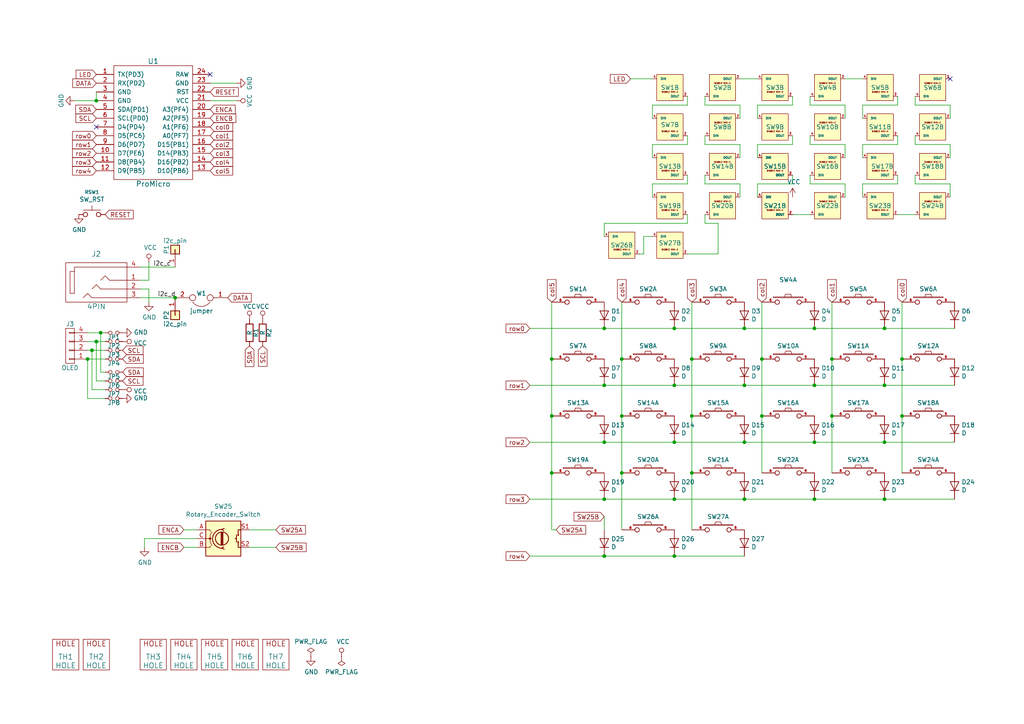
<source format=kicad_sch>
(kicad_sch (version 20230121) (generator eeschema)
  (paper "A4")
  (junction (at 27.94 99.06))
  (junction (at 195.58 161.29))
  (junction (at 29.21 96.52))
  (junction (at 256.54 95.25))
  (junction (at 236.22 144.78))
  (junction (at 175.26 128.27))
  (junction (at 241.3 120.65))
  (junction (at 256.54 111.76))
  (junction (at 160.02 137.16))
  (junction (at 215.9 144.78))
  (junction (at 200.66 120.65))
  (junction (at 175.26 111.76))
  (junction (at 215.9 95.25))
  (junction (at 160.02 120.65))
  (junction (at 27.94 29.21))
  (junction (at 215.9 111.76))
  (junction (at 236.22 128.27))
  (junction (at 195.58 144.78))
  (junction (at 261.62 104.14))
  (junction (at 175.26 161.29))
  (junction (at 50.8 86.36))
  (junction (at 160.02 104.14))
  (junction (at 236.22 95.25))
  (junction (at 261.62 120.65))
  (junction (at 180.34 120.65))
  (junction (at 220.98 104.14))
  (junction (at 200.66 104.14))
  (junction (at 256.54 128.27))
  (junction (at 195.58 95.25))
  (junction (at 180.34 104.14))
  (junction (at 195.58 128.27))
  (junction (at 200.66 137.16))
  (junction (at 195.58 111.76))
  (junction (at 215.9 128.27))
  (junction (at 26.67 101.6))
  (junction (at 241.3 104.14))
  (junction (at 256.54 144.78))
  (junction (at 25.4 104.14))
  (junction (at 236.22 111.76))
  (junction (at 220.98 120.65))
  (junction (at 180.34 137.16))
  (junction (at 175.26 144.78))
  (junction (at 175.26 95.25))
  (no_connect (at 27.94 36.83))
  (no_connect (at 60.96 21.59))
  (no_connect (at 275.59 22.86))
  (wire (pts (xy 60.96 29.21) (xy 68.58 29.21)))
  (wire (pts (xy 43.18 76.2) (xy 43.18 81.28)))
  (wire (pts (xy 204.47 41.91) (xy 204.47 39.37)))
  (wire (pts (xy 260.35 62.23) (xy 265.43 62.23)))
  (wire (pts (xy 275.59 30.48) (xy 265.43 30.48)))
  (wire (pts (xy 189.23 30.48) (xy 189.23 34.29)))
  (wire (pts (xy 214.63 57.15) (xy 214.63 53.34)))
  (wire (pts (xy 275.59 53.34) (xy 265.43 53.34)))
  (wire (pts (xy 250.19 41.91) (xy 250.19 45.72)))
  (wire (pts (xy 175.26 111.76) (xy 153.67 111.76)))
  (wire (pts (xy 43.18 81.28) (xy 40.64 81.28)))
  (wire (pts (xy 245.11 22.86) (xy 250.19 22.86)))
  (wire (pts (xy 199.39 50.8) (xy 199.39 53.34)))
  (wire (pts (xy 229.87 27.94) (xy 229.87 30.48)))
  (wire (pts (xy 199.39 64.77) (xy 175.26 64.77)))
  (wire (pts (xy 175.26 95.25) (xy 153.67 95.25)))
  (wire (pts (xy 229.87 62.23) (xy 234.95 62.23)))
  (wire (pts (xy 25.4 104.14) (xy 25.4 115.57)))
  (wire (pts (xy 219.71 41.91) (xy 219.71 45.72)))
  (wire (pts (xy 189.23 53.34) (xy 189.23 57.15)))
  (wire (pts (xy 236.22 111.76) (xy 256.54 111.76)))
  (wire (pts (xy 60.96 24.13) (xy 68.58 24.13)))
  (wire (pts (xy 214.63 45.72) (xy 214.63 41.91)))
  (wire (pts (xy 27.94 110.49) (xy 30.48 110.49)))
  (wire (pts (xy 195.58 95.25) (xy 175.26 95.25)))
  (wire (pts (xy 220.98 120.65) (xy 220.98 137.16)))
  (wire (pts (xy 180.34 104.14) (xy 180.34 120.65)))
  (wire (pts (xy 199.39 73.66) (xy 208.28 73.66)))
  (wire (pts (xy 186.69 73.66) (xy 186.69 68.58)))
  (wire (pts (xy 160.02 120.65) (xy 160.02 137.16)))
  (wire (pts (xy 29.21 107.95) (xy 30.48 107.95)))
  (wire (pts (xy 260.35 41.91) (xy 250.19 41.91)))
  (wire (pts (xy 160.02 137.16) (xy 160.02 153.67)))
  (wire (pts (xy 214.63 22.86) (xy 219.71 22.86)))
  (wire (pts (xy 57.15 156.21) (xy 41.91 156.21)))
  (wire (pts (xy 26.67 101.6) (xy 26.67 113.03)))
  (wire (pts (xy 275.59 41.91) (xy 265.43 41.91)))
  (wire (pts (xy 214.63 34.29) (xy 214.63 30.48)))
  (wire (pts (xy 236.22 128.27) (xy 256.54 128.27)))
  (wire (pts (xy 234.95 41.91) (xy 234.95 39.37)))
  (wire (pts (xy 204.47 53.34) (xy 204.47 50.8)))
  (wire (pts (xy 261.62 120.65) (xy 261.62 137.16)))
  (wire (pts (xy 195.58 144.78) (xy 215.9 144.78)))
  (wire (pts (xy 195.58 161.29) (xy 215.9 161.29)))
  (wire (pts (xy 185.42 73.66) (xy 186.69 73.66)))
  (wire (pts (xy 204.47 64.77) (xy 204.47 62.23)))
  (wire (pts (xy 260.35 50.8) (xy 260.35 53.34)))
  (wire (pts (xy 260.35 30.48) (xy 250.19 30.48)))
  (wire (pts (xy 160.02 87.63) (xy 160.02 104.14)))
  (wire (pts (xy 29.21 96.52) (xy 30.48 96.52)))
  (wire (pts (xy 215.9 111.76) (xy 236.22 111.76)))
  (wire (pts (xy 265.43 53.34) (xy 265.43 50.8)))
  (wire (pts (xy 175.26 128.27) (xy 153.67 128.27)))
  (wire (pts (xy 195.58 111.76) (xy 175.26 111.76)))
  (wire (pts (xy 160.02 104.14) (xy 160.02 120.65)))
  (wire (pts (xy 53.34 153.67) (xy 57.15 153.67)))
  (wire (pts (xy 241.3 104.14) (xy 241.3 120.65)))
  (wire (pts (xy 153.67 161.29) (xy 175.26 161.29)))
  (wire (pts (xy 256.54 95.25) (xy 276.86 95.25)))
  (wire (pts (xy 245.11 57.15) (xy 245.11 53.34)))
  (wire (pts (xy 25.4 101.6) (xy 26.67 101.6)))
  (wire (pts (xy 189.23 41.91) (xy 189.23 45.72)))
  (wire (pts (xy 195.58 128.27) (xy 175.26 128.27)))
  (wire (pts (xy 229.87 41.91) (xy 219.71 41.91)))
  (wire (pts (xy 245.11 53.34) (xy 234.95 53.34)))
  (wire (pts (xy 195.58 128.27) (xy 215.9 128.27)))
  (wire (pts (xy 260.35 53.34) (xy 250.19 53.34)))
  (wire (pts (xy 229.87 30.48) (xy 219.71 30.48)))
  (wire (pts (xy 40.64 86.36) (xy 50.8 86.36)))
  (wire (pts (xy 199.39 39.37) (xy 199.39 41.91)))
  (wire (pts (xy 229.87 39.37) (xy 229.87 41.91)))
  (wire (pts (xy 26.67 113.03) (xy 30.48 113.03)))
  (wire (pts (xy 29.21 96.52) (xy 29.21 107.95)))
  (wire (pts (xy 40.64 83.82) (xy 43.18 83.82)))
  (wire (pts (xy 200.66 104.14) (xy 200.66 120.65)))
  (wire (pts (xy 43.18 83.82) (xy 43.18 87.63)))
  (wire (pts (xy 27.94 99.06) (xy 30.48 99.06)))
  (wire (pts (xy 195.58 144.78) (xy 175.26 144.78)))
  (wire (pts (xy 229.87 50.8) (xy 229.87 53.34)))
  (wire (pts (xy 26.67 101.6) (xy 30.48 101.6)))
  (wire (pts (xy 215.9 144.78) (xy 236.22 144.78)))
  (wire (pts (xy 180.34 87.63) (xy 180.34 104.14)))
  (wire (pts (xy 25.4 115.57) (xy 30.48 115.57)))
  (wire (pts (xy 241.3 87.63) (xy 241.3 104.14)))
  (wire (pts (xy 25.4 96.52) (xy 29.21 96.52)))
  (wire (pts (xy 241.3 137.16) (xy 241.3 120.65)))
  (wire (pts (xy 199.39 53.34) (xy 189.23 53.34)))
  (wire (pts (xy 53.34 158.75) (xy 57.15 158.75)))
  (wire (pts (xy 275.59 45.72) (xy 275.59 41.91)))
  (wire (pts (xy 250.19 53.34) (xy 250.19 57.15)))
  (wire (pts (xy 245.11 30.48) (xy 234.95 30.48)))
  (wire (pts (xy 220.98 87.63) (xy 220.98 104.14)))
  (wire (pts (xy 220.98 104.14) (xy 220.98 120.65)))
  (wire (pts (xy 72.39 153.67) (xy 80.01 153.67)))
  (wire (pts (xy 180.34 120.65) (xy 180.34 137.16)))
  (wire (pts (xy 160.02 153.67) (xy 161.29 153.67)))
  (wire (pts (xy 260.35 27.94) (xy 260.35 30.48)))
  (wire (pts (xy 219.71 53.34) (xy 219.71 57.15)))
  (wire (pts (xy 245.11 45.72) (xy 245.11 41.91)))
  (wire (pts (xy 214.63 53.34) (xy 204.47 53.34)))
  (wire (pts (xy 200.66 137.16) (xy 200.66 153.67)))
  (wire (pts (xy 261.62 104.14) (xy 261.62 87.63)))
  (wire (pts (xy 214.63 41.91) (xy 204.47 41.91)))
  (wire (pts (xy 256.54 144.78) (xy 276.86 144.78)))
  (wire (pts (xy 195.58 111.76) (xy 215.9 111.76)))
  (wire (pts (xy 275.59 57.15) (xy 275.59 53.34)))
  (wire (pts (xy 72.39 158.75) (xy 80.01 158.75)))
  (wire (pts (xy 200.66 87.63) (xy 200.66 104.14)))
  (wire (pts (xy 260.35 39.37) (xy 260.35 41.91)))
  (wire (pts (xy 236.22 144.78) (xy 256.54 144.78)))
  (wire (pts (xy 175.26 149.86) (xy 175.26 153.67)))
  (wire (pts (xy 245.11 34.29) (xy 245.11 30.48)))
  (wire (pts (xy 214.63 30.48) (xy 204.47 30.48)))
  (wire (pts (xy 204.47 30.48) (xy 204.47 27.94)))
  (wire (pts (xy 175.26 161.29) (xy 195.58 161.29)))
  (wire (pts (xy 40.64 77.47) (xy 50.8 77.47)))
  (wire (pts (xy 208.28 64.77) (xy 208.28 73.66)))
  (wire (pts (xy 199.39 30.48) (xy 189.23 30.48)))
  (wire (pts (xy 256.54 95.25) (xy 236.22 95.25)))
  (wire (pts (xy 265.43 30.48) (xy 265.43 27.94)))
  (wire (pts (xy 275.59 34.29) (xy 275.59 30.48)))
  (wire (pts (xy 200.66 120.65) (xy 200.66 137.16)))
  (wire (pts (xy 245.11 41.91) (xy 234.95 41.91)))
  (wire (pts (xy 199.39 27.94) (xy 199.39 30.48)))
  (wire (pts (xy 234.95 30.48) (xy 234.95 27.94)))
  (wire (pts (xy 199.39 41.91) (xy 189.23 41.91)))
  (wire (pts (xy 195.58 95.25) (xy 215.9 95.25)))
  (wire (pts (xy 250.19 30.48) (xy 250.19 34.29)))
  (wire (pts (xy 25.4 99.06) (xy 27.94 99.06)))
  (wire (pts (xy 261.62 120.65) (xy 261.62 104.14)))
  (wire (pts (xy 215.9 128.27) (xy 236.22 128.27)))
  (wire (pts (xy 27.94 29.21) (xy 21.59 29.21)))
  (wire (pts (xy 186.69 68.58) (xy 189.23 68.58)))
  (wire (pts (xy 27.94 26.67) (xy 27.94 29.21)))
  (wire (pts (xy 256.54 111.76) (xy 276.86 111.76)))
  (wire (pts (xy 234.95 53.34) (xy 234.95 50.8)))
  (wire (pts (xy 199.39 62.23) (xy 199.39 64.77)))
  (wire (pts (xy 219.71 30.48) (xy 219.71 34.29)))
  (wire (pts (xy 180.34 137.16) (xy 180.34 153.67)))
  (wire (pts (xy 215.9 95.25) (xy 236.22 95.25)))
  (wire (pts (xy 229.87 53.34) (xy 219.71 53.34)))
  (wire (pts (xy 30.48 104.14) (xy 25.4 104.14)))
  (wire (pts (xy 41.91 156.21) (xy 41.91 158.75)))
  (wire (pts (xy 256.54 128.27) (xy 276.86 128.27)))
  (wire (pts (xy 27.94 99.06) (xy 27.94 110.49)))
  (wire (pts (xy 182.88 22.86) (xy 189.23 22.86)))
  (wire (pts (xy 208.28 64.77) (xy 204.47 64.77)))
  (wire (pts (xy 175.26 144.78) (xy 153.67 144.78)))
  (wire (pts (xy 265.43 41.91) (xy 265.43 39.37)))
  (wire (pts (xy 175.26 64.77) (xy 175.26 68.58)))
  (label "i2c_c" (at 44.45 77.47 0))
  (label "i2c_d" (at 45.72 86.36 0))
  (global_label "SCL" (shape input) (at 35.56 110.49 0) (property "Intersheetrefs" "${INTERSHEET_REFS}" (effects hide)))
  (global_label "col5" (shape input) (at 160.02 87.63 90) (property "Intersheetrefs" "${INTERSHEET_REFS}" (effects hide)))
  (global_label "row1" (shape input) (at 27.94 41.91 180) (property "Intersheetrefs" "${INTERSHEET_REFS}" (effects hide)))
  (global_label "SW25A" (shape input) (at 80.01 153.67 0) (property "Intersheetrefs" "${INTERSHEET_REFS}" (effects hide)))
  (global_label "SDA" (shape input) (at 35.56 104.14 0) (property "Intersheetrefs" "${INTERSHEET_REFS}" (effects hide)))
  (global_label "row0" (shape input) (at 27.94 39.37 180) (property "Intersheetrefs" "${INTERSHEET_REFS}" (effects hide)))
  (global_label "row2" (shape input) (at 27.94 44.45 180) (property "Intersheetrefs" "${INTERSHEET_REFS}" (effects hide)))
  (global_label "col4" (shape input) (at 60.96 46.99 0) (property "Intersheetrefs" "${INTERSHEET_REFS}" (effects hide)))
  (global_label "LED" (shape input) (at 182.88 22.86 180) (property "Intersheetrefs" "${INTERSHEET_REFS}" (effects hide)))
  (global_label "row1" (shape input) (at 153.67 111.76 180) (property "Intersheetrefs" "${INTERSHEET_REFS}" (effects hide)))
  (global_label "SDA" (shape input) (at 72.39 100.33 270) (property "Intersheetrefs" "${INTERSHEET_REFS}" (effects hide)))
  (global_label "SW25A" (shape input) (at 161.29 153.67 0) (property "Intersheetrefs" "${INTERSHEET_REFS}" (effects hide)))
  (global_label "col0" (shape input) (at 60.96 36.83 0) (property "Intersheetrefs" "${INTERSHEET_REFS}" (effects hide)))
  (global_label "SCL" (shape input) (at 76.2 100.33 270) (property "Intersheetrefs" "${INTERSHEET_REFS}" (effects hide)))
  (global_label "row2" (shape input) (at 153.67 128.27 180) (property "Intersheetrefs" "${INTERSHEET_REFS}" (effects hide)))
  (global_label "col5" (shape input) (at 60.96 49.53 0) (property "Intersheetrefs" "${INTERSHEET_REFS}" (effects hide)))
  (global_label "RESET" (shape input) (at 60.96 26.67 0) (property "Intersheetrefs" "${INTERSHEET_REFS}" (effects hide)))
  (global_label "col3" (shape input) (at 200.66 87.63 90) (property "Intersheetrefs" "${INTERSHEET_REFS}" (effects hide)))
  (global_label "col1" (shape input) (at 60.96 39.37 0) (property "Intersheetrefs" "${INTERSHEET_REFS}" (effects hide)))
  (global_label "SDA" (shape input) (at 27.94 31.75 180) (property "Intersheetrefs" "${INTERSHEET_REFS}" (effects hide)))
  (global_label "ENCA" (shape input) (at 53.34 153.67 180) (property "Intersheetrefs" "${INTERSHEET_REFS}" (effects hide)))
  (global_label "ENCA" (shape input) (at 60.96 31.75 0) (property "Intersheetrefs" "${INTERSHEET_REFS}" (effects hide)))
  (global_label "DATA" (shape input) (at 27.94 24.13 180) (property "Intersheetrefs" "${INTERSHEET_REFS}" (effects hide)))
  (global_label "col1" (shape input) (at 241.3 87.63 90) (property "Intersheetrefs" "${INTERSHEET_REFS}" (effects hide)))
  (global_label "ENCB" (shape input) (at 60.96 34.29 0) (property "Intersheetrefs" "${INTERSHEET_REFS}" (effects hide)))
  (global_label "SW25B" (shape input) (at 175.26 149.86 180) (property "Intersheetrefs" "${INTERSHEET_REFS}" (effects hide)))
  (global_label "SCL" (shape input) (at 35.56 101.6 0) (property "Intersheetrefs" "${INTERSHEET_REFS}" (effects hide)))
  (global_label "SW25B" (shape input) (at 80.01 158.75 0) (property "Intersheetrefs" "${INTERSHEET_REFS}" (effects hide)))
  (global_label "row0" (shape input) (at 153.67 95.25 180) (property "Intersheetrefs" "${INTERSHEET_REFS}" (effects hide)))
  (global_label "col2" (shape input) (at 60.96 41.91 0) (property "Intersheetrefs" "${INTERSHEET_REFS}" (effects hide)))
  (global_label "DATA" (shape input) (at 66.04 86.36 0) (property "Intersheetrefs" "${INTERSHEET_REFS}" (effects hide)))
  (global_label "LED" (shape input) (at 27.94 21.59 180) (property "Intersheetrefs" "${INTERSHEET_REFS}" (effects hide)))
  (global_label "col2" (shape input) (at 220.98 87.63 90) (property "Intersheetrefs" "${INTERSHEET_REFS}" (effects hide)))
  (global_label "RESET" (shape input) (at 30.48 62.23 0) (property "Intersheetrefs" "${INTERSHEET_REFS}" (effects hide)))
  (global_label "col3" (shape input) (at 60.96 44.45 0) (property "Intersheetrefs" "${INTERSHEET_REFS}" (effects hide)))
  (global_label "SCL" (shape input) (at 27.94 34.29 180) (property "Intersheetrefs" "${INTERSHEET_REFS}" (effects hide)))
  (global_label "col4" (shape input) (at 180.34 87.63 90) (property "Intersheetrefs" "${INTERSHEET_REFS}" (effects hide)))
  (global_label "SDA" (shape input) (at 35.56 107.95 0) (property "Intersheetrefs" "${INTERSHEET_REFS}" (effects hide)))
  (global_label "row4" (shape input) (at 27.94 49.53 180) (property "Intersheetrefs" "${INTERSHEET_REFS}" (effects hide)))
  (global_label "ENCB" (shape input) (at 53.34 158.75 180) (property "Intersheetrefs" "${INTERSHEET_REFS}" (effects hide)))
  (global_label "col0" (shape input) (at 261.62 87.63 90) (property "Intersheetrefs" "${INTERSHEET_REFS}" (effects hide)))
  (global_label "row4" (shape input) (at 153.67 161.29 180) (property "Intersheetrefs" "${INTERSHEET_REFS}" (effects hide)))
  (global_label "row3" (shape input) (at 27.94 46.99 180) (property "Intersheetrefs" "${INTERSHEET_REFS}" (effects hide)))
  (global_label "row3" (shape input) (at 153.67 144.78 180) (property "Intersheetrefs" "${INTERSHEET_REFS}" (effects hide)))
  (symbol (lib_id "SofleKeyboard-rescue:ProMicro_2-Lily58-cache-Lily58_Pro-rescue") (at 44.45 35.56 0) (unit 1)
    (property "Reference" "U1" (at 44.45 17.78 0) (effects (font (size 1.524 1.524))))
    (property "Value" "ProMicro" (at 44.45 53.34 0) (effects (font (size 1.524 1.524))))
    (property "Footprint" "SofleKeyboard-footprint:ProMicro" (effects hide))
  )
  (symbol (lib_id "SofleKeyboard:SW_PUSH_LED") (at 187.96 153.67 0) (unit 1)
    (property "Reference" "SW26" (at 187.96 149.86 0))
    (property "Value" "SW_PUSH_LED" (effects hide))
    (property "Footprint" "SofleChoc:Choc_Hotswap_SK6812MiniE" (effects hide))
  )
  (symbol (lib_id "SofleKeyboard:SW_PUSH_LED") (at 167.64 87.63 0) (unit 1)
    (property "Reference" "SW1" (at 167.64 83.82 0))
    (property "Value" "SW_PUSH_LED" (effects hide))
    (property "Footprint" "SofleChoc:Choc_Hotswap_SK6812MiniE" (effects hide))
  )
  (symbol (lib_id "SofleKeyboard-rescue:D-Lily58-cache-Lily58_Pro-rescue") (at 175.26 91.44 90) (unit 1)
    (property "Reference" "D1" (at 177.2666 90.2716 90) (effects (justify right)))
    (property "Value" "D" (at 177.2666 92.583 90) (effects (justify right)))
    (property "Footprint" "Diode_SMD:crkbd-diode" (effects hide))
  )
  (symbol (lib_id "SofleKeyboard:SW_PUSH_LED") (at 187.96 87.63 0) (unit 1)
    (property "Reference" "SW2" (at 187.96 83.82 0))
    (property "Value" "SW_PUSH_LED" (effects hide))
    (property "Footprint" "SofleChoc:Choc_Hotswap_SK6812MiniE" (effects hide))
  )
  (symbol (lib_id "SofleKeyboard-rescue:D-Lily58-cache-Lily58_Pro-rescue") (at 195.58 91.44 90) (unit 1)
    (property "Reference" "D2" (at 197.5866 90.2716 90) (effects (justify right)))
    (property "Value" "D" (at 197.5866 92.583 90) (effects (justify right)))
    (property "Footprint" "Diode_SMD:crkbd-diode" (effects hide))
  )
  (symbol (lib_id "SofleKeyboard:SW_PUSH_LED") (at 208.28 87.63 0) (unit 1)
    (property "Reference" "SW3" (at 208.28 83.82 0))
    (property "Value" "SW_PUSH_LED" (effects hide))
    (property "Footprint" "SofleChoc:Choc_Hotswap_SK6812MiniE" (effects hide))
  )
  (symbol (lib_id "SofleKeyboard-rescue:D-Lily58-cache-Lily58_Pro-rescue") (at 215.9 91.44 90) (unit 1)
    (property "Reference" "D3" (at 217.9066 90.2716 90) (effects (justify right)))
    (property "Value" "D" (at 217.9066 92.583 90) (effects (justify right)))
    (property "Footprint" "Diode_SMD:crkbd-diode" (effects hide))
  )
  (symbol (lib_id "SofleKeyboard:SW_PUSH_LED") (at 228.6 87.63 0) (unit 1)
    (property "Reference" "SW4" (at 228.6 81.153 0))
    (property "Value" "SW_PUSH_LED" (effects hide))
    (property "Footprint" "SofleChoc:Choc_Hotswap_SK6812MiniE" (effects hide))
  )
  (symbol (lib_id "SofleKeyboard-rescue:D-Lily58-cache-Lily58_Pro-rescue") (at 236.22 91.44 90) (unit 1)
    (property "Reference" "D4" (at 238.2266 90.2716 90) (effects (justify right)))
    (property "Value" "D" (at 238.2266 92.583 90) (effects (justify right)))
    (property "Footprint" "Diode_SMD:crkbd-diode" (effects hide))
  )
  (symbol (lib_id "SofleKeyboard:SW_PUSH_LED") (at 248.92 87.63 0) (unit 1)
    (property "Reference" "SW5" (at 248.92 83.82 0))
    (property "Value" "SW_PUSH_LED" (effects hide))
    (property "Footprint" "SofleChoc:Choc_Hotswap_SK6812MiniE" (effects hide))
  )
  (symbol (lib_id "SofleKeyboard-rescue:D-Lily58-cache-Lily58_Pro-rescue") (at 256.54 91.44 90) (unit 1)
    (property "Reference" "D5" (at 258.5466 90.2716 90) (effects (justify right)))
    (property "Value" "D" (at 258.5466 92.583 90) (effects (justify right)))
    (property "Footprint" "Diode_SMD:crkbd-diode" (effects hide))
  )
  (symbol (lib_id "SofleKeyboard:SW_PUSH_LED") (at 269.24 87.63 0) (unit 1)
    (property "Reference" "SW6" (at 269.24 83.82 0))
    (property "Value" "SW_PUSH_LED" (effects hide))
    (property "Footprint" "SofleChoc:Choc_Hotswap_SK6812MiniE" (effects hide))
  )
  (symbol (lib_id "SofleKeyboard-rescue:D-Lily58-cache-Lily58_Pro-rescue") (at 276.86 91.44 90) (unit 1)
    (property "Reference" "D6" (at 278.8666 90.2716 90) (effects (justify right)))
    (property "Value" "D" (at 278.8666 92.583 90) (effects (justify right)))
    (property "Footprint" "Diode_SMD:crkbd-diode" (effects hide))
  )
  (symbol (lib_id "SofleKeyboard:SW_PUSH_LED") (at 187.96 104.14 0) (unit 1)
    (property "Reference" "SW8" (at 187.96 100.33 0))
    (property "Value" "SW_PUSH_LED" (effects hide))
    (property "Footprint" "SofleChoc:Choc_Hotswap_SK6812MiniE" (effects hide))
  )
  (symbol (lib_id "SofleKeyboard:SW_PUSH_LED") (at 208.28 104.14 0) (unit 1)
    (property "Reference" "SW9" (at 208.28 100.33 0))
    (property "Value" "SW_PUSH_LED" (effects hide))
    (property "Footprint" "SofleChoc:Choc_Hotswap_SK6812MiniE" (effects hide))
  )
  (symbol (lib_id "SofleKeyboard:SW_PUSH_LED") (at 228.6 104.14 0) (unit 1)
    (property "Reference" "SW10" (at 228.6 100.33 0))
    (property "Value" "SW_PUSH_LED" (effects hide))
    (property "Footprint" "SofleChoc:Choc_Hotswap_SK6812MiniE" (effects hide))
  )
  (symbol (lib_id "SofleKeyboard:SW_PUSH_LED") (at 248.92 104.14 0) (unit 1)
    (property "Reference" "SW11" (at 248.92 100.33 0))
    (property "Value" "SW_PUSH_LED" (effects hide))
    (property "Footprint" "SofleChoc:Choc_Hotswap_SK6812MiniE" (effects hide))
  )
  (symbol (lib_id "SofleKeyboard:SW_PUSH_LED") (at 269.24 104.14 0) (unit 1)
    (property "Reference" "SW12" (at 269.24 100.33 0))
    (property "Value" "SW_PUSH_LED" (effects hide))
    (property "Footprint" "SofleChoc:Choc_Hotswap_SK6812MiniE" (effects hide))
  )
  (symbol (lib_id "SofleKeyboard:SW_PUSH_LED") (at 167.64 104.14 0) (unit 1)
    (property "Reference" "SW7" (at 167.64 100.33 0))
    (property "Value" "SW_PUSH_LED" (effects hide))
    (property "Footprint" "SofleChoc:Choc_Hotswap_SK6812MiniE" (effects hide))
  )
  (symbol (lib_id "SofleKeyboard-rescue:D-Lily58-cache-Lily58_Pro-rescue") (at 175.26 107.95 90) (unit 1)
    (property "Reference" "D7" (at 177.2666 106.7816 90) (effects (justify right)))
    (property "Value" "D" (at 177.2666 109.093 90) (effects (justify right)))
    (property "Footprint" "Diode_SMD:crkbd-diode" (effects hide))
  )
  (symbol (lib_id "SofleKeyboard-rescue:D-Lily58-cache-Lily58_Pro-rescue") (at 195.58 107.95 90) (unit 1)
    (property "Reference" "D8" (at 197.5866 106.7816 90) (effects (justify right)))
    (property "Value" "D" (at 197.5866 109.093 90) (effects (justify right)))
    (property "Footprint" "Diode_SMD:crkbd-diode" (effects hide))
  )
  (symbol (lib_id "SofleKeyboard-rescue:D-Lily58-cache-Lily58_Pro-rescue") (at 215.9 107.95 90) (unit 1)
    (property "Reference" "D9" (at 217.9066 106.7816 90) (effects (justify right)))
    (property "Value" "D" (at 217.9066 109.093 90) (effects (justify right)))
    (property "Footprint" "Diode_SMD:crkbd-diode" (effects hide))
  )
  (symbol (lib_id "SofleKeyboard-rescue:D-Lily58-cache-Lily58_Pro-rescue") (at 236.22 107.95 90) (unit 1)
    (property "Reference" "D10" (at 238.2266 106.7816 90) (effects (justify right)))
    (property "Value" "D" (at 238.2266 109.093 90) (effects (justify right)))
    (property "Footprint" "Diode_SMD:crkbd-diode" (effects hide))
  )
  (symbol (lib_id "SofleKeyboard-rescue:D-Lily58-cache-Lily58_Pro-rescue") (at 256.54 107.95 90) (unit 1)
    (property "Reference" "D11" (at 258.5466 106.7816 90) (effects (justify right)))
    (property "Value" "D" (at 258.5466 109.093 90) (effects (justify right)))
    (property "Footprint" "Diode_SMD:crkbd-diode" (effects hide))
  )
  (symbol (lib_id "SofleKeyboard-rescue:D-Lily58-cache-Lily58_Pro-rescue") (at 276.86 107.95 90) (unit 1)
    (property "Reference" "D12" (at 278.8666 106.7816 90) (effects (justify right)))
    (property "Value" "D" (at 278.8666 109.093 90) (effects (justify right)))
    (property "Footprint" "Diode_SMD:crkbd-diode" (effects hide))
  )
  (symbol (lib_id "SofleKeyboard:SW_PUSH_LED") (at 167.64 120.65 0) (unit 1)
    (property "Reference" "SW13" (at 167.64 116.84 0))
    (property "Value" "SW_PUSH_LED" (effects hide))
    (property "Footprint" "SofleChoc:Choc_Hotswap_SK6812MiniE" (effects hide))
  )
  (symbol (lib_id "SofleKeyboard:SW_PUSH_LED") (at 187.96 120.65 0) (unit 1)
    (property "Reference" "SW14" (at 187.96 116.84 0))
    (property "Value" "SW_PUSH_LED" (effects hide))
    (property "Footprint" "SofleChoc:Choc_Hotswap_SK6812MiniE" (effects hide))
  )
  (symbol (lib_id "SofleKeyboard:SW_PUSH_LED") (at 208.28 120.65 0) (unit 1)
    (property "Reference" "SW15" (at 208.28 116.84 0))
    (property "Value" "SW_PUSH_LED" (effects hide))
    (property "Footprint" "SofleChoc:Choc_Hotswap_SK6812MiniE" (effects hide))
  )
  (symbol (lib_id "SofleKeyboard:SW_PUSH_LED") (at 228.6 120.65 0) (unit 1)
    (property "Reference" "SW16" (at 228.6 116.84 0))
    (property "Value" "SW_PUSH_LED" (effects hide))
    (property "Footprint" "SofleChoc:Choc_Hotswap_SK6812MiniE" (effects hide))
  )
  (symbol (lib_id "SofleKeyboard:SW_PUSH_LED") (at 248.92 120.65 0) (unit 1)
    (property "Reference" "SW17" (at 248.92 116.84 0))
    (property "Value" "SW_PUSH_LED" (effects hide))
    (property "Footprint" "SofleChoc:Choc_Hotswap_SK6812MiniE" (effects hide))
  )
  (symbol (lib_id "SofleKeyboard:SW_PUSH_LED") (at 269.24 120.65 0) (unit 1)
    (property "Reference" "SW18" (at 269.24 116.84 0))
    (property "Value" "SW_PUSH_LED" (effects hide))
    (property "Footprint" "SofleChoc:Choc_Hotswap_SK6812MiniE" (effects hide))
  )
  (symbol (lib_id "SofleKeyboard-rescue:D-Lily58-cache-Lily58_Pro-rescue") (at 175.26 124.46 90) (unit 1)
    (property "Reference" "D13" (at 177.2666 123.2916 90) (effects (justify right)))
    (property "Value" "D" (at 177.2666 125.603 90) (effects (justify right)))
    (property "Footprint" "Diode_SMD:crkbd-diode" (effects hide))
  )
  (symbol (lib_id "SofleKeyboard-rescue:D-Lily58-cache-Lily58_Pro-rescue") (at 195.58 124.46 90) (unit 1)
    (property "Reference" "D14" (at 197.5866 123.2916 90) (effects (justify right)))
    (property "Value" "D" (at 197.5866 125.603 90) (effects (justify right)))
    (property "Footprint" "Diode_SMD:crkbd-diode" (effects hide))
  )
  (symbol (lib_id "SofleKeyboard-rescue:D-Lily58-cache-Lily58_Pro-rescue") (at 215.9 124.46 90) (unit 1)
    (property "Reference" "D15" (at 217.9066 123.2916 90) (effects (justify right)))
    (property "Value" "D" (at 217.9066 125.603 90) (effects (justify right)))
    (property "Footprint" "Diode_SMD:crkbd-diode" (effects hide))
  )
  (symbol (lib_id "SofleKeyboard-rescue:D-Lily58-cache-Lily58_Pro-rescue") (at 236.22 124.46 90) (unit 1)
    (property "Reference" "D16" (at 238.2266 123.2916 90) (effects (justify right)))
    (property "Value" "D" (at 238.2266 125.603 90) (effects (justify right)))
    (property "Footprint" "Diode_SMD:crkbd-diode" (effects hide))
  )
  (symbol (lib_id "SofleKeyboard-rescue:D-Lily58-cache-Lily58_Pro-rescue") (at 256.54 124.46 90) (unit 1)
    (property "Reference" "D17" (at 258.5466 123.2916 90) (effects (justify right)))
    (property "Value" "D" (at 258.5466 125.603 90) (effects (justify right)))
    (property "Footprint" "Diode_SMD:crkbd-diode" (effects hide))
  )
  (symbol (lib_id "SofleKeyboard-rescue:D-Lily58-cache-Lily58_Pro-rescue") (at 276.86 124.46 90) (unit 1)
    (property "Reference" "D18" (at 278.8666 123.2916 90) (effects (justify right)))
    (property "Value" "D" (at 278.8666 125.603 90) (effects (justify right)))
    (property "Footprint" "Diode_SMD:crkbd-diode" (effects hide))
  )
  (symbol (lib_id "SofleKeyboard:SW_PUSH_LED") (at 208.28 137.16 0) (unit 1)
    (property "Reference" "SW21" (at 208.28 133.35 0))
    (property "Value" "SW_PUSH_LED" (effects hide))
    (property "Footprint" "SofleChoc:Choc_Hotswap_SK6812MiniE" (effects hide))
  )
  (symbol (lib_id "SofleKeyboard:SW_PUSH_LED") (at 228.6 137.16 0) (unit 1)
    (property "Reference" "SW22" (at 228.6 133.35 0))
    (property "Value" "SW_PUSH_LED" (effects hide))
    (property "Footprint" "SofleChoc:Choc_Hotswap_SK6812MiniE" (effects hide))
  )
  (symbol (lib_id "SofleKeyboard:SW_PUSH_LED") (at 248.92 137.16 0) (unit 1)
    (property "Reference" "SW23" (at 248.92 133.35 0))
    (property "Value" "SW_PUSH_LED" (effects hide))
    (property "Footprint" "SofleChoc:Choc_Hotswap_SK6812MiniE" (effects hide))
  )
  (symbol (lib_id "SofleKeyboard:SW_PUSH_LED") (at 269.24 137.16 0) (unit 1)
    (property "Reference" "SW24" (at 269.24 133.35 0))
    (property "Value" "SW_PUSH_LED" (effects hide))
    (property "Footprint" "SofleChoc:Choc_Hotswap_SK6812MiniE" (effects hide))
  )
  (symbol (lib_id "SofleKeyboard:SW_PUSH_LED") (at 187.96 137.16 0) (unit 1)
    (property "Reference" "SW20" (at 187.96 133.35 0))
    (property "Value" "SW_PUSH_LED" (effects hide))
    (property "Footprint" "SofleChoc:Choc_Hotswap_SK6812MiniE" (effects hide))
  )
  (symbol (lib_id "SofleKeyboard:SW_PUSH_LED") (at 167.64 137.16 0) (unit 1)
    (property "Reference" "SW19" (at 167.64 133.35 0))
    (property "Value" "SW_PUSH_LED" (effects hide))
    (property "Footprint" "SofleChoc:Choc_Hotswap_SK6812MiniE" (effects hide))
  )
  (symbol (lib_id "SofleKeyboard-rescue:D-Lily58-cache-Lily58_Pro-rescue") (at 175.26 140.97 90) (unit 1)
    (property "Reference" "D19" (at 177.2666 139.8016 90) (effects (justify right)))
    (property "Value" "D" (at 177.2666 142.113 90) (effects (justify right)))
    (property "Footprint" "Diode_SMD:crkbd-diode" (effects hide))
  )
  (symbol (lib_id "SofleKeyboard-rescue:D-Lily58-cache-Lily58_Pro-rescue") (at 195.58 140.97 90) (unit 1)
    (property "Reference" "D20" (at 197.5866 139.8016 90) (effects (justify right)))
    (property "Value" "D" (at 197.5866 142.113 90) (effects (justify right)))
    (property "Footprint" "Diode_SMD:crkbd-diode" (effects hide))
  )
  (symbol (lib_id "SofleKeyboard-rescue:D-Lily58-cache-Lily58_Pro-rescue") (at 215.9 140.97 90) (unit 1)
    (property "Reference" "D21" (at 217.9066 139.8016 90) (effects (justify right)))
    (property "Value" "D" (at 217.9066 142.113 90) (effects (justify right)))
    (property "Footprint" "Diode_SMD:crkbd-diode" (effects hide))
  )
  (symbol (lib_id "SofleKeyboard-rescue:D-Lily58-cache-Lily58_Pro-rescue") (at 236.22 140.97 90) (unit 1)
    (property "Reference" "D22" (at 238.2266 139.8016 90) (effects (justify right)))
    (property "Value" "D" (at 238.2266 142.113 90) (effects (justify right)))
    (property "Footprint" "Diode_SMD:crkbd-diode" (effects hide))
  )
  (symbol (lib_id "SofleKeyboard-rescue:D-Lily58-cache-Lily58_Pro-rescue") (at 256.54 140.97 90) (unit 1)
    (property "Reference" "D23" (at 258.5466 139.8016 90) (effects (justify right)))
    (property "Value" "D" (at 258.5466 142.113 90) (effects (justify right)))
    (property "Footprint" "Diode_SMD:crkbd-diode" (effects hide))
  )
  (symbol (lib_id "SofleKeyboard-rescue:D-Lily58-cache-Lily58_Pro-rescue") (at 276.86 140.97 90) (unit 1)
    (property "Reference" "D24" (at 278.8666 139.8016 90) (effects (justify right)))
    (property "Value" "D" (at 278.8666 142.113 90) (effects (justify right)))
    (property "Footprint" "Diode_SMD:crkbd-diode" (effects hide))
  )
  (symbol (lib_id "SofleKeyboard:SW_PUSH_LED") (at 208.28 153.67 0) (unit 1)
    (property "Reference" "SW27" (at 208.28 149.86 0))
    (property "Value" "SW_PUSH_LED" (effects hide))
    (property "Footprint" "SofleChoc:Choc_Hotswap_SK6812MiniE" (effects hide))
  )
  (symbol (lib_id "SofleKeyboard-rescue:D-Lily58-cache-Lily58_Pro-rescue") (at 175.26 157.48 90) (unit 1)
    (property "Reference" "D25" (at 177.2666 156.3116 90) (effects (justify right)))
    (property "Value" "D" (at 177.2666 158.623 90) (effects (justify right)))
    (property "Footprint" "Diode_SMD:crkbd-diode" (effects hide))
  )
  (symbol (lib_id "SofleKeyboard-rescue:D-Lily58-cache-Lily58_Pro-rescue") (at 195.58 157.48 90) (unit 1)
    (property "Reference" "D26" (at 197.5866 156.3116 90) (effects (justify right)))
    (property "Value" "D" (at 197.5866 158.623 90) (effects (justify right)))
    (property "Footprint" "Diode_SMD:crkbd-diode" (effects hide))
  )
  (symbol (lib_id "SofleKeyboard-rescue:D-Lily58-cache-Lily58_Pro-rescue") (at 215.9 157.48 90) (unit 1)
    (property "Reference" "D27" (at 217.9066 156.3116 90) (effects (justify right)))
    (property "Value" "D" (at 217.9066 158.623 90) (effects (justify right)))
    (property "Footprint" "Diode_SMD:crkbd-diode" (effects hide))
  )
  (symbol (lib_id "SofleKeyboard-rescue:VCC-Lily58-cache-Lily58_Pro-rescue") (at 68.58 29.21 270) (unit 1)
    (property "Reference" "#PWR04" (effects hide))
    (property "Value" "VCC" (at 72.39 29.21 0))
  )
  (symbol (lib_id "SofleKeyboard-rescue:VCC-Lily58-cache-Lily58_Pro-rescue") (at 72.39 92.71 0) (unit 1)
    (property "Reference" "#PWR05" (effects hide))
    (property "Value" "VCC" (at 72.39 88.9 0))
  )
  (symbol (lib_id "SofleKeyboard-rescue:VCC-Lily58-cache-Lily58_Pro-rescue") (at 76.2 92.71 0) (unit 1)
    (property "Reference" "#PWR06" (effects hide))
    (property "Value" "VCC" (at 76.2 88.9 0))
  )
  (symbol (lib_id "SofleKeyboard-rescue:R-Lily58-cache-Lily58_Pro-rescue") (at 72.39 96.52 0) (unit 1)
    (property "Reference" "R1" (at 74.93 96.52 90) (effects (justify bottom)))
    (property "Value" "R" (at 72.39 96.52 90))
    (property "Footprint" "SofleKeyboard-footprint:RESISTOR_mini" (effects hide))
  )
  (symbol (lib_id "SofleKeyboard-rescue:R-Lily58-cache-Lily58_Pro-rescue") (at 76.2 96.52 0) (unit 1)
    (property "Reference" "R2" (at 78.74 96.52 90) (effects (justify bottom)))
    (property "Value" "R" (at 76.2 96.52 90))
    (property "Footprint" "SofleKeyboard-footprint:RESISTOR_mini" (effects hide))
  )
  (symbol (lib_id "SofleKeyboard-rescue:MJ-4PP-9-Lily58-cache-Lily58_Pro-rescue") (at 29.21 81.28 0) (unit 1)
    (property "Reference" "J2" (at 27.94 73.66 0) (effects (font (size 1.524 1.524))))
    (property "Value" "4PIN" (at 27.94 88.9 0) (effects (font (size 1.524 1.524))))
    (property "Footprint" "SofleKeyboard-footprint:MJ-4PP-9" (effects hide))
  )
  (symbol (lib_id "SofleKeyboard-rescue:GND-Lily58-cache-Lily58_Pro-rescue") (at 22.86 62.23 0) (unit 1)
    (property "Reference" "#PWR010" (effects hide))
    (property "Value" "GND" (at 22.987 66.6242 0))
  )
  (symbol (lib_id "SofleKeyboard-rescue:PWR_FLAG-Lily58-cache-Lily58_Pro-rescue") (at 90.17 190.5 0) (unit 1)
    (property "Reference" "#FLG01" (effects hide))
    (property "Value" "PWR_FLAG" (at 90.17 186.0804 0))
  )
  (symbol (lib_id "SofleKeyboard-rescue:GND-Lily58-cache-Lily58_Pro-rescue") (at 90.17 190.5 0) (unit 1)
    (property "Reference" "#PWR012" (effects hide))
    (property "Value" "GND" (at 90.297 194.8942 0))
  )
  (symbol (lib_id "SofleKeyboard-rescue:VCC-Lily58-cache-Lily58_Pro-rescue") (at 99.06 190.5 0) (unit 1)
    (property "Reference" "#PWR013" (effects hide))
    (property "Value" "VCC" (at 99.4918 186.1058 0))
  )
  (symbol (lib_id "SofleKeyboard-rescue:PWR_FLAG-Lily58-cache-Lily58_Pro-rescue") (at 99.06 190.5 180) (unit 1)
    (property "Reference" "#FLG02" (effects hide))
    (property "Value" "PWR_FLAG" (at 99.06 194.8942 0))
  )
  (symbol (lib_id "SofleKeyboard-rescue:HOLE-Lily58-cache-Lily58_Pro-rescue") (at 19.05 190.5 0) (unit 1)
    (property "Reference" "TH1" (at 19.05 190.5 0) (effects (font (size 1.524 1.524))))
    (property "Value" "HOLE" (at 19.05 193.04 0) (effects (font (size 1.524 1.524))))
    (property "Footprint" "SofleKeyboard-footprint:M2_HOLE_PCB" (effects hide))
  )
  (symbol (lib_id "SofleKeyboard-rescue:HOLE-Lily58-cache-Lily58_Pro-rescue") (at 27.94 190.5 0) (unit 1)
    (property "Reference" "TH2" (at 27.94 190.5 0) (effects (font (size 1.524 1.524))))
    (property "Value" "HOLE" (at 27.94 193.04 0) (effects (font (size 1.524 1.524))))
    (property "Footprint" "SofleKeyboard-footprint:M2_HOLE_PCB" (effects hide))
  )
  (symbol (lib_id "SofleKeyboard-rescue:HOLE-Lily58-cache-Lily58_Pro-rescue") (at 53.34 190.5 0) (unit 1)
    (property "Reference" "TH4" (at 53.34 190.5 0) (effects (font (size 1.524 1.524))))
    (property "Value" "HOLE" (at 53.34 193.04 0) (effects (font (size 1.524 1.524))))
    (property "Footprint" "SofleKeyboard-footprint:HOLE_M2_TH" (effects hide))
  )
  (symbol (lib_id "SofleKeyboard-rescue:HOLE-Lily58-cache-Lily58_Pro-rescue") (at 62.23 190.5 0) (unit 1)
    (property "Reference" "TH5" (at 62.23 190.5 0) (effects (font (size 1.524 1.524))))
    (property "Value" "HOLE" (at 62.23 193.04 0) (effects (font (size 1.524 1.524))))
    (property "Footprint" "SofleKeyboard-footprint:HOLE_M2_TH" (effects hide))
  )
  (symbol (lib_id "SofleKeyboard-rescue:HOLE-Lily58-cache-Lily58_Pro-rescue") (at 71.12 190.5 0) (unit 1)
    (property "Reference" "TH6" (at 71.12 190.5 0) (effects (font (size 1.524 1.524))))
    (property "Value" "HOLE" (at 71.12 193.04 0) (effects (font (size 1.524 1.524))))
    (property "Footprint" "SofleKeyboard-footprint:HOLE_M2_TH" (effects hide))
  )
  (symbol (lib_id "SofleKeyboard-rescue:HOLE-Lily58-cache-Lily58_Pro-rescue") (at 80.01 190.5 0) (unit 1)
    (property "Reference" "TH7" (at 80.01 190.5 0) (effects (font (size 1.524 1.524))))
    (property "Value" "HOLE" (at 80.01 193.04 0) (effects (font (size 1.524 1.524))))
    (property "Footprint" "SofleKeyboard-footprint:HOLE_M2_TH" (effects hide))
  )
  (symbol (lib_id "SofleKeyboard-rescue:HOLE-Lily58-cache-Lily58_Pro-rescue") (at 44.45 190.5 0) (unit 1)
    (property "Reference" "TH3" (at 44.45 190.5 0) (effects (font (size 1.524 1.524))))
    (property "Value" "HOLE" (at 44.45 193.04 0) (effects (font (size 1.524 1.524))))
    (property "Footprint" "SofleKeyboard-footprint:HOLE_M2_TH" (effects hide))
  )
  (symbol (lib_id "SofleKeyboard-rescue:GND-Lily58-cache-Lily58_Pro-rescue") (at 68.58 24.13 90) (unit 1)
    (property "Reference" "#PWR0101" (effects hide))
    (property "Value" "GND" (at 72.39 24.13 0))
  )
  (symbol (lib_id "SofleKeyboard-rescue:GND-Lily58-cache-Lily58_Pro-rescue") (at 21.59 29.21 270) (unit 1)
    (property "Reference" "#PWR0102" (effects hide))
    (property "Value" "GND" (at 17.78 29.21 0))
  )
  (symbol (lib_id "SofleKeyboard-rescue:SW_RST-Lily58-cache-Lily58_Pro-rescue") (at 26.67 62.23 0) (unit 1)
    (property "Reference" "RSW1" (at 26.67 55.7276 0) (effects (font (size 1.016 1.016))))
    (property "Value" "SW_RST" (at 26.67 57.8358 0))
    (property "Footprint" "SofleKeyboard-footprint:TACT_SWITCH_TVBP06" (effects hide))
  )
  (symbol (lib_id "SofleKeyboard-rescue:GND-power") (at 43.18 87.63 0) (unit 1)
    (property "Reference" "#PWR02" (effects hide))
    (property "Value" "GND" (at 43.307 92.0242 0))
  )
  (symbol (lib_id "SofleKeyboard-rescue:VCC-power") (at 43.18 76.2 0) (unit 1)
    (property "Reference" "#PWR01" (effects hide))
    (property "Value" "VCC" (at 43.6118 71.8058 0))
  )
  (symbol (lib_id "SofleKeyboard-rescue:i2c_pin-Lily58-cache-Lily58_Pro-rescue") (at 50.8 72.39 90) (unit 1)
    (property "Reference" "P1" (at 48.26 72.39 0))
    (property "Value" "i2c_pin" (at 50.8 69.85 90))
    (property "Footprint" "SofleKeyboard-footprint:1pin_conn" (effects hide))
  )
  (symbol (lib_id "SofleKeyboard-rescue:i2c_pin-Lily58-cache-Lily58_Pro-rescue") (at 50.8 91.44 270) (unit 1)
    (property "Reference" "P2" (at 48.26 91.44 0))
    (property "Value" "i2c_pin" (at 50.8 93.98 90))
    (property "Footprint" "SofleKeyboard-footprint:1pin_conn" (effects hide))
  )
  (symbol (lib_id "SofleKeyboard-rescue:Jumper-Device") (at 58.42 86.36 180) (unit 1)
    (property "Reference" "W1" (at 58.42 85.09 0))
    (property "Value" "jumper" (at 58.42 90.17 0))
    (property "Footprint" "SofleKeyboard-footprint:jumper_data" (effects hide))
  )
  (symbol (lib_id "SofleKeyboard-rescue:OLED-Lily58-cache-Lily58_Pro-rescue") (at 20.32 100.33 180) (unit 1)
    (property "Reference" "J3" (at 20.32 93.98 0))
    (property "Value" "OLED" (at 20.32 106.68 0))
    (property "Footprint" "SofleKeyboard-footprint:OLED_4Pin" (effects hide))
  )
  (symbol (lib_id "SofleKeyboard-rescue:Jumper_NO_Small-Device") (at 33.02 96.52 0) (unit 1)
    (property "Reference" "JP1" (at 33.02 97.79 0))
    (property "Value" "Jumper_NO_Small" (effects hide))
    (property "Footprint" "SofleKeyboard-footprint:Jumper" (effects hide))
  )
  (symbol (lib_id "SofleKeyboard-rescue:Jumper_NO_Small-Device") (at 33.02 99.06 0) (unit 1)
    (property "Reference" "JP2" (at 33.02 100.33 0))
    (property "Value" "Jumper_NO_Small" (effects hide))
    (property "Footprint" "SofleKeyboard-footprint:Jumper" (effects hide))
  )
  (symbol (lib_id "SofleKeyboard-rescue:Jumper_NO_Small-Device") (at 33.02 101.6 0) (unit 1)
    (property "Reference" "JP3" (at 33.02 102.87 0))
    (property "Value" "Jumper_NO_Small" (effects hide))
    (property "Footprint" "SofleKeyboard-footprint:Jumper" (effects hide))
  )
  (symbol (lib_id "SofleKeyboard-rescue:Jumper_NO_Small-Device") (at 33.02 104.14 0) (unit 1)
    (property "Reference" "JP4" (at 33.02 105.41 0))
    (property "Value" "Jumper_NO_Small" (effects hide))
    (property "Footprint" "SofleKeyboard-footprint:Jumper" (effects hide))
  )
  (symbol (lib_id "SofleKeyboard-rescue:Jumper_NO_Small-Device") (at 33.02 107.95 0) (unit 1)
    (property "Reference" "JP5" (at 33.02 109.22 0))
    (property "Value" "Jumper_NO_Small" (effects hide))
    (property "Footprint" "SofleKeyboard-footprint:Jumper" (effects hide))
  )
  (symbol (lib_id "SofleKeyboard-rescue:Jumper_NO_Small-Device") (at 33.02 110.49 0) (unit 1)
    (property "Reference" "JP6" (at 33.02 111.76 0))
    (property "Value" "Jumper_NO_Small" (effects hide))
    (property "Footprint" "SofleKeyboard-footprint:Jumper" (effects hide))
  )
  (symbol (lib_id "SofleKeyboard-rescue:Jumper_NO_Small-Device") (at 33.02 113.03 0) (unit 1)
    (property "Reference" "JP7" (at 33.02 114.3 0))
    (property "Value" "Jumper_NO_Small" (effects hide))
    (property "Footprint" "SofleKeyboard-footprint:Jumper" (effects hide))
  )
  (symbol (lib_id "SofleKeyboard-rescue:Jumper_NO_Small-Device") (at 33.02 115.57 0) (unit 1)
    (property "Reference" "JP8" (at 33.02 116.84 0))
    (property "Value" "Jumper_NO_Small" (effects hide))
    (property "Footprint" "SofleKeyboard-footprint:Jumper" (effects hide))
  )
  (symbol (lib_id "SofleKeyboard-rescue:GND-power") (at 35.56 96.52 90) (unit 1)
    (property "Reference" "#PWR03" (effects hide))
    (property "Value" "GND" (at 38.8112 96.393 90) (effects (justify right)))
  )
  (symbol (lib_id "SofleKeyboard-rescue:VCC-power") (at 35.56 99.06 270) (unit 1)
    (property "Reference" "#PWR09" (effects hide))
    (property "Value" "VCC" (at 38.8112 99.4918 90) (effects (justify left)))
  )
  (symbol (lib_id "SofleKeyboard-rescue:GND-power") (at 35.56 115.57 90) (unit 1)
    (property "Reference" "#PWR014" (effects hide))
    (property "Value" "GND" (at 38.8112 115.443 90) (effects (justify right)))
  )
  (symbol (lib_id "SofleKeyboard-rescue:VCC-power") (at 35.56 113.03 270) (unit 1)
    (property "Reference" "#PWR011" (effects hide))
    (property "Value" "VCC" (at 38.8112 113.4618 90) (effects (justify left)))
  )
  (symbol (lib_id "SofleKeyboard-rescue:Rotary_Encoder_Switch-Device") (at 64.77 156.21 0) (unit 1)
    (property "Reference" "SW25" (at 64.77 146.8882 0))
    (property "Value" "Rotary_Encoder_Switch" (at 64.77 149.1996 0))
    (property "Footprint" "SofleKeyboard-footprint:RotaryEncoder_Alps_EC11E-Switch_Vertical_H20mm-keebio_modified" (effects hide))
  )
  (symbol (lib_id "SofleKeyboard-rescue:GND-power") (at 41.91 158.75 0) (unit 1)
    (property "Reference" "#PWR0103" (effects hide))
    (property "Value" "GND" (at 42.037 163.1442 0))
  )
  (symbol (lib_id "SofleKeyboard:SW_PUSH_LED") (at 194.31 25.4 0) (mirror y) (unit 2)
    (property "Reference" "SW1" (at 194.31 25.4 0))
    (property "Value" "SW_PUSH_LED" (effects hide))
    (property "Footprint" "SofleChoc:Choc_Hotswap_SK6812MiniE" (effects hide))
  )
  (symbol (lib_id "SofleKeyboard:SW_PUSH_LED") (at 209.55 25.4 180) (unit 2)
    (property "Reference" "SW2" (at 209.55 25.4 0))
    (property "Value" "SW_PUSH_LED" (effects hide))
    (property "Footprint" "SofleChoc:Choc_Hotswap_SK6812MiniE" (effects hide))
  )
  (symbol (lib_id "SofleKeyboard:SW_PUSH_LED") (at 224.79 25.4 0) (mirror y) (unit 2)
    (property "Reference" "SW3" (at 224.79 25.4 0))
    (property "Value" "SW_PUSH_LED" (effects hide))
    (property "Footprint" "SofleChoc:Choc_Hotswap_SK6812MiniE" (effects hide))
  )
  (symbol (lib_id "SofleKeyboard:SW_PUSH_LED") (at 240.03 25.4 180) (unit 2)
    (property "Reference" "SW4" (at 240.03 25.4 0))
    (property "Value" "SW_PUSH_LED" (effects hide))
    (property "Footprint" "SofleChoc:Choc_Hotswap_SK6812MiniE" (effects hide))
  )
  (symbol (lib_id "SofleKeyboard:SW_PUSH_LED") (at 255.27 25.4 0) (mirror y) (unit 2)
    (property "Reference" "SW5" (at 255.27 25.4 0))
    (property "Value" "SW_PUSH_LED" (effects hide))
    (property "Footprint" "SofleChoc:Choc_Hotswap_SK6812MiniE" (effects hide))
  )
  (symbol (lib_id "SofleKeyboard:SW_PUSH_LED") (at 270.51 25.4 180) (unit 2)
    (property "Reference" "SW6" (at 270.51 25.4 0))
    (property "Value" "SW_PUSH_LED" (effects hide))
    (property "Footprint" "SofleChoc:Choc_Hotswap_SK6812MiniE" (effects hide))
  )
  (symbol (lib_id "SofleKeyboard:SW_PUSH_LED") (at 194.31 36.83 0) (mirror y) (unit 2)
    (property "Reference" "SW7" (at 194.31 36.195 0))
    (property "Value" "SW_PUSH_LED" (effects hide))
    (property "Footprint" "SofleChoc:Choc_Hotswap_SK6812MiniE" (effects hide))
  )
  (symbol (lib_id "SofleKeyboard:SW_PUSH_LED") (at 209.55 36.83 180) (unit 2)
    (property "Reference" "SW8" (at 209.55 36.83 0))
    (property "Value" "SW_PUSH_LED" (effects hide))
    (property "Footprint" "SofleChoc:Choc_Hotswap_SK6812MiniE" (effects hide))
  )
  (symbol (lib_id "SofleKeyboard:SW_PUSH_LED") (at 224.79 36.83 0) (mirror y) (unit 2)
    (property "Reference" "SW9" (at 224.79 36.83 0))
    (property "Value" "SW_PUSH_LED" (effects hide))
    (property "Footprint" "SofleChoc:Choc_Hotswap_SK6812MiniE" (effects hide))
  )
  (symbol (lib_id "SofleKeyboard:SW_PUSH_LED") (at 240.03 36.83 180) (unit 2)
    (property "Reference" "SW10" (at 240.03 36.83 0))
    (property "Value" "SW_PUSH_LED" (effects hide))
    (property "Footprint" "SofleChoc:Choc_Hotswap_SK6812MiniE" (effects hide))
  )
  (symbol (lib_id "SofleKeyboard:SW_PUSH_LED") (at 255.27 36.83 0) (mirror y) (unit 2)
    (property "Reference" "SW11" (at 255.27 36.83 0))
    (property "Value" "SW_PUSH_LED" (effects hide))
    (property "Footprint" "SofleChoc:Choc_Hotswap_SK6812MiniE" (effects hide))
  )
  (symbol (lib_id "SofleKeyboard:SW_PUSH_LED") (at 270.51 36.83 180) (unit 2)
    (property "Reference" "SW12" (at 270.51 36.83 0))
    (property "Value" "SW_PUSH_LED" (effects hide))
    (property "Footprint" "SofleChoc:Choc_Hotswap_SK6812MiniE" (effects hide))
  )
  (symbol (lib_id "SofleKeyboard:SW_PUSH_LED") (at 270.51 59.69 180) (unit 2)
    (property "Reference" "SW24" (at 270.51 59.69 0))
    (property "Value" "SW_PUSH_LED" (effects hide))
    (property "Footprint" "SofleChoc:Choc_Hotswap_SK6812MiniE" (effects hide))
  )
  (symbol (lib_id "SofleKeyboard:SW_PUSH_LED") (at 255.27 59.69 0) (mirror y) (unit 2)
    (property "Reference" "SW23" (at 255.27 59.69 0))
    (property "Value" "SW_PUSH_LED" (effects hide))
    (property "Footprint" "SofleChoc:Choc_Hotswap_SK6812MiniE" (effects hide))
  )
  (symbol (lib_id "SofleKeyboard:SW_PUSH_LED") (at 240.03 59.69 180) (unit 2)
    (property "Reference" "SW22" (at 240.03 59.69 0))
    (property "Value" "SW_PUSH_LED" (effects hide))
    (property "Footprint" "SofleChoc:Choc_Hotswap_SK6812MiniE" (effects hide))
  )
  (symbol (lib_id "SofleKeyboard:SW_PUSH_LED") (at 224.79 59.69 0) (mirror y) (unit 2)
    (property "Reference" "SW21" (at 224.79 59.69 0))
    (property "Value" "SW_PUSH_LED" (effects hide))
    (property "Footprint" "SofleChoc:Choc_Hotswap_SK6812MiniE" (effects hide))
  )
  (symbol (lib_id "SofleKeyboard:SW_PUSH_LED") (at 209.55 59.69 180) (unit 2)
    (property "Reference" "SW20" (at 209.55 59.69 0))
    (property "Value" "SW_PUSH_LED" (effects hide))
    (property "Footprint" "SofleChoc:Choc_Hotswap_SK6812MiniE" (effects hide))
  )
  (symbol (lib_id "SofleKeyboard:SW_PUSH_LED") (at 194.31 59.69 0) (mirror y) (unit 2)
    (property "Reference" "SW19" (at 194.31 59.69 0))
    (property "Value" "SW_PUSH_LED" (effects hide))
    (property "Footprint" "SofleChoc:Choc_Hotswap_SK6812MiniE" (effects hide))
  )
  (symbol (lib_id "SofleKeyboard:SW_PUSH_LED") (at 270.51 48.26 180) (unit 2)
    (property "Reference" "SW18" (at 270.51 48.26 0))
    (property "Value" "SW_PUSH_LED" (effects hide))
    (property "Footprint" "SofleChoc:Choc_Hotswap_SK6812MiniE" (effects hide))
  )
  (symbol (lib_id "SofleKeyboard:SW_PUSH_LED") (at 255.27 48.26 0) (mirror y) (unit 2)
    (property "Reference" "SW17" (at 255.905 48.26 0))
    (property "Value" "SW_PUSH_LED" (effects hide))
    (property "Footprint" "SofleChoc:Choc_Hotswap_SK6812MiniE" (effects hide))
  )
  (symbol (lib_id "SofleKeyboard:SW_PUSH_LED") (at 240.03 48.26 180) (unit 2)
    (property "Reference" "SW16" (at 240.03 48.26 0))
    (property "Value" "SW_PUSH_LED" (effects hide))
    (property "Footprint" "SofleChoc:Choc_Hotswap_SK6812MiniE" (effects hide))
  )
  (symbol (lib_id "SofleKeyboard:SW_PUSH_LED") (at 224.79 48.26 0) (mirror y) (unit 2)
    (property "Reference" "SW15" (at 224.79 48.26 0))
    (property "Value" "SW_PUSH_LED" (effects hide))
    (property "Footprint" "SofleChoc:Choc_Hotswap_SK6812MiniE" (effects hide))
  )
  (symbol (lib_id "SofleKeyboard:SW_PUSH_LED") (at 209.55 48.26 180) (unit 2)
    (property "Reference" "SW14" (at 209.55 48.26 0))
    (property "Value" "SW_PUSH_LED" (effects hide))
    (property "Footprint" "SofleChoc:Choc_Hotswap_SK6812MiniE" (effects hide))
  )
  (symbol (lib_id "SofleKeyboard:SW_PUSH_LED") (at 194.31 48.26 0) (mirror y) (unit 2)
    (property "Reference" "SW13" (at 194.31 48.26 0))
    (property "Value" "SW_PUSH_LED" (effects hide))
    (property "Footprint" "SofleChoc:Choc_Hotswap_SK6812MiniE" (effects hide))
  )
  (symbol (lib_id "SofleKeyboard:SW_PUSH_LED") (at 194.31 71.12 0) (mirror y) (unit 2)
    (property "Reference" "SW27" (at 194.31 70.485 0))
    (property "Value" "SW_PUSH_LED" (effects hide))
    (property "Footprint" "SofleChoc:Choc_Hotswap_SK6812MiniE" (effects hide))
  )
  (symbol (lib_id "SofleKeyboard:SW_PUSH_LED") (at 180.34 71.12 0) (mirror y) (unit 2)
    (property "Reference" "SW26" (at 180.34 71.12 0))
    (property "Value" "SW_PUSH_LED" (effects hide))
    (property "Footprint" "SofleChoc:Choc_Hotswap_SK6812MiniE" (effects hide))
  )
  (symbol (lib_id "power:VCC") (at 229.87 57.15 0) (unit 1)
    (property "Reference" "#PWR0104" (effects hide))
    (property "Value" "VCC" (at 230.251 52.7558 0))
  )
)
</source>
